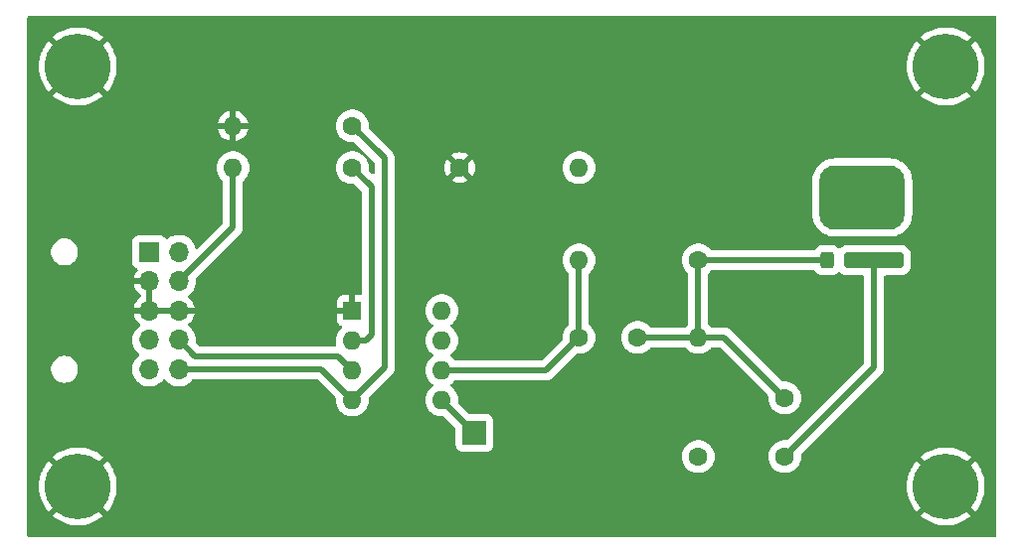
<source format=gtl>
%TF.GenerationSoftware,KiCad,Pcbnew,7.0.2*%
%TF.CreationDate,2023-05-19T14:46:58-05:00*%
%TF.ProjectId,LED Driver,4c454420-4472-4697-9665-722e6b696361,v1a*%
%TF.SameCoordinates,Original*%
%TF.FileFunction,Copper,L1,Top*%
%TF.FilePolarity,Positive*%
%FSLAX46Y46*%
G04 Gerber Fmt 4.6, Leading zero omitted, Abs format (unit mm)*
G04 Created by KiCad (PCBNEW 7.0.2) date 2023-05-19 14:46:58*
%MOMM*%
%LPD*%
G01*
G04 APERTURE LIST*
G04 Aperture macros list*
%AMRoundRect*
0 Rectangle with rounded corners*
0 $1 Rounding radius*
0 $2 $3 $4 $5 $6 $7 $8 $9 X,Y pos of 4 corners*
0 Add a 4 corners polygon primitive as box body*
4,1,4,$2,$3,$4,$5,$6,$7,$8,$9,$2,$3,0*
0 Add four circle primitives for the rounded corners*
1,1,$1+$1,$2,$3*
1,1,$1+$1,$4,$5*
1,1,$1+$1,$6,$7*
1,1,$1+$1,$8,$9*
0 Add four rect primitives between the rounded corners*
20,1,$1+$1,$2,$3,$4,$5,0*
20,1,$1+$1,$4,$5,$6,$7,0*
20,1,$1+$1,$6,$7,$8,$9,0*
20,1,$1+$1,$8,$9,$2,$3,0*%
G04 Aperture macros list end*
%TA.AperFunction,ComponentPad*%
%ADD10C,1.600000*%
%TD*%
%TA.AperFunction,ComponentPad*%
%ADD11O,1.600000X1.600000*%
%TD*%
%TA.AperFunction,ComponentPad*%
%ADD12C,5.600000*%
%TD*%
%TA.AperFunction,ComponentPad*%
%ADD13R,1.600000X1.600000*%
%TD*%
%TA.AperFunction,SMDPad,CuDef*%
%ADD14R,2.000000X2.000000*%
%TD*%
%TA.AperFunction,SMDPad,CuDef*%
%ADD15RoundRect,0.300000X-0.300000X-0.400000X0.300000X-0.400000X0.300000X0.400000X-0.300000X0.400000X0*%
%TD*%
%TA.AperFunction,SMDPad,CuDef*%
%ADD16RoundRect,0.350000X-2.200000X-0.350000X2.200000X-0.350000X2.200000X0.350000X-2.200000X0.350000X0*%
%TD*%
%TA.AperFunction,ComponentPad*%
%ADD17C,1.700000*%
%TD*%
%TA.AperFunction,SMDPad,CuDef*%
%ADD18RoundRect,1.375000X-2.275000X-1.375000X2.275000X-1.375000X2.275000X1.375000X-2.275000X1.375000X0*%
%TD*%
%TA.AperFunction,ComponentPad*%
%ADD19R,1.700000X1.700000*%
%TD*%
%TA.AperFunction,ComponentPad*%
%ADD20O,1.700000X1.700000*%
%TD*%
%TA.AperFunction,Conductor*%
%ADD21C,0.500000*%
%TD*%
G04 APERTURE END LIST*
D10*
%TO.P,C2,1*%
%TO.N,/LED+*%
X122936000Y-71120000D03*
%TO.P,C2,2*%
%TO.N,/GATE*%
X122936000Y-66120000D03*
%TD*%
%TO.P,R1,1*%
%TO.N,GND*%
X95250000Y-46482000D03*
D11*
%TO.P,R1,2*%
%TO.N,/V+*%
X105410000Y-46482000D03*
%TD*%
D12*
%TO.P,J3,1,Pin_1*%
%TO.N,GND*%
X62738000Y-37846000D03*
%TD*%
%TO.P,J4,1,Pin_1*%
%TO.N,GND*%
X136652000Y-37846000D03*
%TD*%
D13*
%TO.P,U1,1,COM*%
%TO.N,GND*%
X86106000Y-58674000D03*
D11*
%TO.P,U1,2,-IN*%
%TO.N,/LED-*%
X86106000Y-61214000D03*
%TO.P,U1,3,+IN*%
%TO.N,/CTRL*%
X86106000Y-63754000D03*
%TO.P,U1,4,V-*%
%TO.N,/V-*%
X86106000Y-66294000D03*
%TO.P,U1,5,Status*%
%TO.N,/STATUS*%
X93726000Y-66294000D03*
%TO.P,U1,6,OUT*%
%TO.N,/OUT*%
X93726000Y-63754000D03*
%TO.P,U1,7,V+*%
%TO.N,/V+*%
X93726000Y-61214000D03*
%TO.P,U1,8,E/D*%
%TO.N,/ENBL*%
X93726000Y-58674000D03*
%TD*%
D10*
%TO.P,C1,1*%
%TO.N,/OUT*%
X105410000Y-60960000D03*
%TO.P,C1,2*%
%TO.N,/GATE*%
X110410000Y-60960000D03*
%TD*%
D14*
%TO.P,J2,1,Pin_1*%
%TO.N,/STATUS*%
X96520000Y-69088000D03*
%TD*%
D12*
%TO.P,J5,1,Pin_1*%
%TO.N,GND*%
X136652000Y-73660000D03*
%TD*%
D10*
%TO.P,R5,1*%
%TO.N,/LED-*%
X86106000Y-46482000D03*
D11*
%TO.P,R5,2*%
%TO.N,/LED+*%
X75946000Y-46482000D03*
%TD*%
D15*
%TO.P,U2,1,Gate*%
%TO.N,/GATE*%
X126540000Y-54372000D03*
D16*
%TO.P,U2,2,Source*%
%TO.N,/LED+*%
X130540000Y-54372000D03*
D17*
%TO.P,U2,3,Drain*%
%TO.N,/V+*%
X129540000Y-49022000D03*
D18*
X129540000Y-49022000D03*
%TD*%
D10*
%TO.P,R3,1*%
%TO.N,/GATE*%
X115570000Y-54356000D03*
D11*
%TO.P,R3,2*%
%TO.N,/OUT*%
X105410000Y-54356000D03*
%TD*%
D19*
%TO.P,J1,1,SNS+*%
%TO.N,/LED-*%
X68834000Y-53674000D03*
D20*
%TO.P,J1,2,SNS-*%
%TO.N,GND*%
X68834000Y-56174000D03*
%TO.P,J1,3,GND*%
X68834000Y-58674000D03*
%TO.P,J1,4,ENBL*%
%TO.N,/ENBL*%
X68834000Y-61174000D03*
%TO.P,J1,5,V+*%
%TO.N,/V+*%
X68834000Y-63674000D03*
%TO.P,J1,6,V-*%
%TO.N,/V-*%
X71334000Y-63674000D03*
%TO.P,J1,7,CTRL*%
%TO.N,/CTRL*%
X71334000Y-61174000D03*
%TO.P,J1,8,GND*%
%TO.N,GND*%
X71334000Y-58674000D03*
%TO.P,J1,9,LED+*%
%TO.N,/LED+*%
X71334000Y-56174000D03*
%TO.P,J1,10,LED-*%
%TO.N,/LED-*%
X71334000Y-53674000D03*
%TD*%
D12*
%TO.P,J6,1,Pin_1*%
%TO.N,GND*%
X62738000Y-73660000D03*
%TD*%
D10*
%TO.P,R6,1*%
%TO.N,/V-*%
X86106000Y-42926000D03*
D11*
%TO.P,R6,2*%
%TO.N,GND*%
X75946000Y-42926000D03*
%TD*%
D10*
%TO.P,R4,1*%
%TO.N,/LED+*%
X115570000Y-71120000D03*
D11*
%TO.P,R4,2*%
%TO.N,/GATE*%
X115570000Y-60960000D03*
%TD*%
D21*
%TO.N,/OUT*%
X93726000Y-63754000D02*
X102616000Y-63754000D01*
X102616000Y-63754000D02*
X105410000Y-60960000D01*
X105410000Y-54356000D02*
X105410000Y-60960000D01*
%TO.N,/GATE*%
X110410000Y-60960000D02*
X115570000Y-60960000D01*
X115570000Y-60960000D02*
X115570000Y-54356000D01*
X117776000Y-60960000D02*
X122936000Y-66120000D01*
X115570000Y-54356000D02*
X126524000Y-54356000D01*
X115570000Y-60960000D02*
X117776000Y-60960000D01*
%TO.N,/LED+*%
X130540000Y-63516000D02*
X130540000Y-54372000D01*
X75946000Y-51562000D02*
X75946000Y-46482000D01*
X71334000Y-56174000D02*
X75946000Y-51562000D01*
X128556000Y-54356000D02*
X128572000Y-54372000D01*
X122936000Y-71120000D02*
X130540000Y-63516000D01*
%TO.N,/V-*%
X88856000Y-63544000D02*
X86106000Y-66294000D01*
X86106000Y-42926000D02*
X88856000Y-45676000D01*
X88856000Y-45676000D02*
X88856000Y-63544000D01*
X71334000Y-63674000D02*
X83486000Y-63674000D01*
X83486000Y-63674000D02*
X86106000Y-66294000D01*
%TO.N,/LED-*%
X87756000Y-60695370D02*
X87237370Y-61214000D01*
X87756000Y-48132000D02*
X87756000Y-60695370D01*
X86106000Y-46482000D02*
X87756000Y-48132000D01*
X87237370Y-61214000D02*
X86106000Y-61214000D01*
%TO.N,/STATUS*%
X93726000Y-66294000D02*
X96520000Y-69088000D01*
%TO.N,/CTRL*%
X84926000Y-62574000D02*
X86106000Y-63754000D01*
X72734000Y-62574000D02*
X84926000Y-62574000D01*
X71334000Y-61174000D02*
X71668000Y-60840000D01*
X71334000Y-61174000D02*
X72734000Y-62574000D01*
%TD*%
%TA.AperFunction,Conductor*%
%TO.N,GND*%
G36*
X70874507Y-58464156D02*
G01*
X70834000Y-58602111D01*
X70834000Y-58745889D01*
X70874507Y-58883844D01*
X70902884Y-58928000D01*
X69265116Y-58928000D01*
X69293493Y-58883844D01*
X69334000Y-58745889D01*
X69334000Y-58602111D01*
X69293493Y-58464156D01*
X69265116Y-58420000D01*
X70902884Y-58420000D01*
X70874507Y-58464156D01*
G37*
%TD.AperFunction*%
%TA.AperFunction,Conductor*%
G36*
X69088000Y-58240325D02*
G01*
X68976315Y-58189320D01*
X68869763Y-58174000D01*
X68798237Y-58174000D01*
X68691685Y-58189320D01*
X68580000Y-58240325D01*
X68580000Y-56607674D01*
X68691685Y-56658680D01*
X68798237Y-56674000D01*
X68869763Y-56674000D01*
X68976315Y-56658680D01*
X69088000Y-56607674D01*
X69088000Y-58240325D01*
G37*
%TD.AperFunction*%
%TA.AperFunction,Conductor*%
G36*
X140901621Y-33558502D02*
G01*
X140948114Y-33612158D01*
X140959500Y-33664500D01*
X140959500Y-77841500D01*
X140939498Y-77909621D01*
X140885842Y-77956114D01*
X140833500Y-77967500D01*
X58556500Y-77967500D01*
X58488379Y-77947498D01*
X58441886Y-77893842D01*
X58430500Y-77841500D01*
X58430500Y-73663412D01*
X59425326Y-73663412D01*
X59444375Y-74014763D01*
X59445114Y-74021560D01*
X59502040Y-74368793D01*
X59503508Y-74375461D01*
X59597646Y-74714514D01*
X59599821Y-74720970D01*
X59730069Y-75047865D01*
X59732925Y-75054041D01*
X59897756Y-75364946D01*
X59901264Y-75370776D01*
X60098738Y-75662029D01*
X60102862Y-75667453D01*
X60226168Y-75812620D01*
X61437994Y-74600794D01*
X61439570Y-74603365D01*
X61603130Y-74794870D01*
X61794635Y-74958430D01*
X61797204Y-74960004D01*
X60582502Y-76174706D01*
X60590816Y-76182581D01*
X60596020Y-76187002D01*
X60876142Y-76399946D01*
X60881798Y-76403781D01*
X61183302Y-76585189D01*
X61189333Y-76588387D01*
X61508685Y-76736135D01*
X61515017Y-76738658D01*
X61848479Y-76851014D01*
X61855051Y-76852839D01*
X62198707Y-76928483D01*
X62205431Y-76929585D01*
X62555246Y-76967630D01*
X62562060Y-76968000D01*
X62913940Y-76968000D01*
X62920753Y-76967630D01*
X63270568Y-76929585D01*
X63277292Y-76928483D01*
X63620948Y-76852839D01*
X63627520Y-76851014D01*
X63960982Y-76738658D01*
X63967314Y-76736135D01*
X64286666Y-76588387D01*
X64292697Y-76585189D01*
X64594201Y-76403781D01*
X64599857Y-76399946D01*
X64879987Y-76186996D01*
X64885171Y-76182592D01*
X64893496Y-76174706D01*
X63678795Y-74960004D01*
X63681365Y-74958430D01*
X63872870Y-74794870D01*
X64036430Y-74603365D01*
X64038005Y-74600794D01*
X65249831Y-75812620D01*
X65373139Y-75667451D01*
X65377259Y-75662031D01*
X65574735Y-75370776D01*
X65578243Y-75364946D01*
X65743074Y-75054041D01*
X65745930Y-75047865D01*
X65876178Y-74720970D01*
X65878353Y-74714514D01*
X65972491Y-74375461D01*
X65973959Y-74368793D01*
X66030885Y-74021560D01*
X66031624Y-74014763D01*
X66050674Y-73663412D01*
X133339326Y-73663412D01*
X133358375Y-74014763D01*
X133359114Y-74021560D01*
X133416040Y-74368793D01*
X133417508Y-74375461D01*
X133511646Y-74714514D01*
X133513821Y-74720970D01*
X133644069Y-75047865D01*
X133646925Y-75054041D01*
X133811756Y-75364946D01*
X133815264Y-75370776D01*
X134012738Y-75662029D01*
X134016862Y-75667453D01*
X134140168Y-75812620D01*
X135351994Y-74600794D01*
X135353570Y-74603365D01*
X135517130Y-74794870D01*
X135708635Y-74958430D01*
X135711204Y-74960004D01*
X134496502Y-76174706D01*
X134504816Y-76182581D01*
X134510020Y-76187002D01*
X134790142Y-76399946D01*
X134795798Y-76403781D01*
X135097302Y-76585189D01*
X135103333Y-76588387D01*
X135422685Y-76736135D01*
X135429017Y-76738658D01*
X135762479Y-76851014D01*
X135769051Y-76852839D01*
X136112707Y-76928483D01*
X136119431Y-76929585D01*
X136469246Y-76967630D01*
X136476060Y-76968000D01*
X136827940Y-76968000D01*
X136834753Y-76967630D01*
X137184568Y-76929585D01*
X137191292Y-76928483D01*
X137534948Y-76852839D01*
X137541520Y-76851014D01*
X137874982Y-76738658D01*
X137881314Y-76736135D01*
X138200666Y-76588387D01*
X138206697Y-76585189D01*
X138508201Y-76403781D01*
X138513857Y-76399946D01*
X138793987Y-76186996D01*
X138799171Y-76182592D01*
X138807496Y-76174706D01*
X137592795Y-74960004D01*
X137595365Y-74958430D01*
X137786870Y-74794870D01*
X137950430Y-74603365D01*
X137952005Y-74600794D01*
X139163831Y-75812620D01*
X139287139Y-75667451D01*
X139291259Y-75662031D01*
X139488735Y-75370776D01*
X139492243Y-75364946D01*
X139657074Y-75054041D01*
X139659930Y-75047865D01*
X139790178Y-74720970D01*
X139792353Y-74714514D01*
X139886491Y-74375461D01*
X139887959Y-74368793D01*
X139944885Y-74021560D01*
X139945624Y-74014763D01*
X139964674Y-73663412D01*
X139964674Y-73656587D01*
X139945624Y-73305236D01*
X139944885Y-73298439D01*
X139887959Y-72951206D01*
X139886491Y-72944538D01*
X139792353Y-72605485D01*
X139790178Y-72599029D01*
X139659930Y-72272134D01*
X139657074Y-72265958D01*
X139492243Y-71955053D01*
X139488735Y-71949223D01*
X139291261Y-71657970D01*
X139287130Y-71652536D01*
X139163831Y-71507377D01*
X137952004Y-72719204D01*
X137950430Y-72716635D01*
X137786870Y-72525130D01*
X137595365Y-72361570D01*
X137592794Y-72359994D01*
X138807496Y-71145292D01*
X138799183Y-71137418D01*
X138793979Y-71132997D01*
X138513857Y-70920053D01*
X138508201Y-70916218D01*
X138206697Y-70734810D01*
X138200666Y-70731612D01*
X137881314Y-70583864D01*
X137874982Y-70581341D01*
X137541520Y-70468985D01*
X137534948Y-70467160D01*
X137191292Y-70391516D01*
X137184568Y-70390414D01*
X136834753Y-70352369D01*
X136827940Y-70352000D01*
X136476060Y-70352000D01*
X136469246Y-70352369D01*
X136119431Y-70390414D01*
X136112707Y-70391516D01*
X135769051Y-70467160D01*
X135762479Y-70468985D01*
X135429017Y-70581341D01*
X135422685Y-70583864D01*
X135103333Y-70731612D01*
X135097302Y-70734810D01*
X134795798Y-70916218D01*
X134790142Y-70920053D01*
X134510014Y-71133001D01*
X134504823Y-71137411D01*
X134496502Y-71145292D01*
X135711205Y-72359995D01*
X135708635Y-72361570D01*
X135517130Y-72525130D01*
X135353570Y-72716635D01*
X135351995Y-72719205D01*
X134140167Y-71507377D01*
X134140166Y-71507378D01*
X134016869Y-71652536D01*
X134012738Y-71657970D01*
X133815264Y-71949223D01*
X133811756Y-71955053D01*
X133646925Y-72265958D01*
X133644069Y-72272134D01*
X133513821Y-72599029D01*
X133511646Y-72605485D01*
X133417508Y-72944538D01*
X133416040Y-72951206D01*
X133359114Y-73298439D01*
X133358375Y-73305236D01*
X133339326Y-73656587D01*
X133339326Y-73663412D01*
X66050674Y-73663412D01*
X66050674Y-73656587D01*
X66031624Y-73305236D01*
X66030885Y-73298439D01*
X65973959Y-72951206D01*
X65972491Y-72944538D01*
X65878353Y-72605485D01*
X65876178Y-72599029D01*
X65745930Y-72272134D01*
X65743074Y-72265958D01*
X65578243Y-71955053D01*
X65574735Y-71949223D01*
X65377261Y-71657970D01*
X65373130Y-71652536D01*
X65249831Y-71507377D01*
X64038004Y-72719204D01*
X64036430Y-72716635D01*
X63872870Y-72525130D01*
X63681365Y-72361570D01*
X63678794Y-72359994D01*
X64893496Y-71145292D01*
X64885183Y-71137418D01*
X64879979Y-71132997D01*
X64862882Y-71120000D01*
X114164700Y-71120000D01*
X114183866Y-71351305D01*
X114183866Y-71351308D01*
X114183867Y-71351309D01*
X114240842Y-71576299D01*
X114334076Y-71788849D01*
X114461021Y-71983154D01*
X114599520Y-72133604D01*
X114618216Y-72153913D01*
X114715949Y-72229981D01*
X114801375Y-72296471D01*
X114921668Y-72361570D01*
X115005497Y-72406936D01*
X115225019Y-72482298D01*
X115453951Y-72520500D01*
X115453954Y-72520500D01*
X115686046Y-72520500D01*
X115686049Y-72520500D01*
X115914981Y-72482298D01*
X116134503Y-72406936D01*
X116338626Y-72296470D01*
X116521784Y-72153913D01*
X116678979Y-71983153D01*
X116805924Y-71788849D01*
X116899157Y-71576300D01*
X116956134Y-71351305D01*
X116975300Y-71120000D01*
X116956134Y-70888695D01*
X116899157Y-70663700D01*
X116805924Y-70451151D01*
X116678979Y-70256847D01*
X116678978Y-70256845D01*
X116521787Y-70086090D01*
X116521786Y-70086089D01*
X116521784Y-70086087D01*
X116411889Y-70000552D01*
X116338624Y-69943528D01*
X116134502Y-69833063D01*
X115985900Y-69782048D01*
X115914981Y-69757702D01*
X115686049Y-69719500D01*
X115453951Y-69719500D01*
X115225019Y-69757702D01*
X115225016Y-69757702D01*
X115225016Y-69757703D01*
X115005497Y-69833063D01*
X114801375Y-69943528D01*
X114618212Y-70086090D01*
X114461021Y-70256845D01*
X114334076Y-70451150D01*
X114240842Y-70663700D01*
X114222835Y-70734810D01*
X114183866Y-70888695D01*
X114164700Y-71120000D01*
X64862882Y-71120000D01*
X64599857Y-70920053D01*
X64594201Y-70916218D01*
X64292697Y-70734810D01*
X64286666Y-70731612D01*
X63967314Y-70583864D01*
X63960982Y-70581341D01*
X63627520Y-70468985D01*
X63620948Y-70467160D01*
X63277292Y-70391516D01*
X63270568Y-70390414D01*
X62920753Y-70352369D01*
X62913940Y-70352000D01*
X62562060Y-70352000D01*
X62555246Y-70352369D01*
X62205431Y-70390414D01*
X62198707Y-70391516D01*
X61855051Y-70467160D01*
X61848479Y-70468985D01*
X61515017Y-70581341D01*
X61508685Y-70583864D01*
X61189333Y-70731612D01*
X61183302Y-70734810D01*
X60881798Y-70916218D01*
X60876142Y-70920053D01*
X60596014Y-71133001D01*
X60590823Y-71137411D01*
X60582502Y-71145292D01*
X61797205Y-72359995D01*
X61794635Y-72361570D01*
X61603130Y-72525130D01*
X61439570Y-72716635D01*
X61437995Y-72719205D01*
X60226167Y-71507377D01*
X60226166Y-71507378D01*
X60102869Y-71652536D01*
X60098738Y-71657970D01*
X59901264Y-71949223D01*
X59897756Y-71955053D01*
X59732925Y-72265958D01*
X59730069Y-72272134D01*
X59599821Y-72599029D01*
X59597646Y-72605485D01*
X59503508Y-72944538D01*
X59502040Y-72951206D01*
X59445114Y-73298439D01*
X59444375Y-73305236D01*
X59425326Y-73656587D01*
X59425326Y-73663412D01*
X58430500Y-73663412D01*
X58430500Y-63780610D01*
X60433500Y-63780610D01*
X60466485Y-63957064D01*
X60472679Y-63990198D01*
X60549702Y-64189021D01*
X60659735Y-64366728D01*
X60661948Y-64370302D01*
X60805593Y-64527872D01*
X60975745Y-64656366D01*
X61166611Y-64751405D01*
X61371690Y-64809756D01*
X61447481Y-64816778D01*
X61527889Y-64824230D01*
X61527895Y-64824230D01*
X61530806Y-64824500D01*
X61533719Y-64824500D01*
X61634281Y-64824500D01*
X61637194Y-64824500D01*
X61640105Y-64824230D01*
X61640110Y-64824230D01*
X61695254Y-64819119D01*
X61796310Y-64809756D01*
X62001389Y-64751405D01*
X62192255Y-64656366D01*
X62362407Y-64527872D01*
X62506052Y-64370302D01*
X62618298Y-64189019D01*
X62695321Y-63990198D01*
X62734500Y-63780610D01*
X62734500Y-63674000D01*
X67378529Y-63674000D01*
X67398380Y-63913563D01*
X67457390Y-64146591D01*
X67469174Y-64173456D01*
X67553084Y-64364753D01*
X67553951Y-64366728D01*
X67685429Y-64567969D01*
X67848236Y-64744825D01*
X68037933Y-64892472D01*
X68249344Y-65006882D01*
X68476703Y-65084934D01*
X68713808Y-65124500D01*
X68713811Y-65124500D01*
X68954189Y-65124500D01*
X68954192Y-65124500D01*
X69191297Y-65084934D01*
X69418656Y-65006882D01*
X69630067Y-64892472D01*
X69819764Y-64744825D01*
X69957452Y-64595254D01*
X69989642Y-64560288D01*
X69992118Y-64562567D01*
X70032505Y-64528091D01*
X70102851Y-64518506D01*
X70167213Y-64548475D01*
X70177852Y-64560753D01*
X70178358Y-64560288D01*
X70324922Y-64719500D01*
X70348236Y-64744825D01*
X70537933Y-64892472D01*
X70749344Y-65006882D01*
X70976703Y-65084934D01*
X71213808Y-65124500D01*
X71213811Y-65124500D01*
X71454189Y-65124500D01*
X71454192Y-65124500D01*
X71691297Y-65084934D01*
X71918656Y-65006882D01*
X72130067Y-64892472D01*
X72319764Y-64744825D01*
X72482571Y-64567969D01*
X72482573Y-64567964D01*
X72485153Y-64565163D01*
X72546006Y-64528592D01*
X72577855Y-64524500D01*
X83081521Y-64524500D01*
X83149642Y-64544502D01*
X83170616Y-64561405D01*
X84674898Y-66065686D01*
X84708923Y-66127998D01*
X84711373Y-66165185D01*
X84711373Y-66165188D01*
X84700700Y-66294000D01*
X84719866Y-66525305D01*
X84719866Y-66525308D01*
X84719867Y-66525309D01*
X84776842Y-66750299D01*
X84870076Y-66962849D01*
X84997021Y-67157154D01*
X85154212Y-67327909D01*
X85154216Y-67327913D01*
X85300742Y-67441958D01*
X85337375Y-67470471D01*
X85541496Y-67580935D01*
X85541497Y-67580936D01*
X85761019Y-67656298D01*
X85989951Y-67694500D01*
X85989954Y-67694500D01*
X86222046Y-67694500D01*
X86222049Y-67694500D01*
X86450981Y-67656298D01*
X86670503Y-67580936D01*
X86874626Y-67470470D01*
X87057784Y-67327913D01*
X87214979Y-67157153D01*
X87341924Y-66962849D01*
X87435157Y-66750300D01*
X87492134Y-66525305D01*
X87511300Y-66294000D01*
X92320700Y-66294000D01*
X92339866Y-66525305D01*
X92339866Y-66525308D01*
X92339867Y-66525309D01*
X92396842Y-66750299D01*
X92490076Y-66962849D01*
X92617021Y-67157154D01*
X92774212Y-67327909D01*
X92774216Y-67327913D01*
X92920742Y-67441958D01*
X92957375Y-67470471D01*
X93161496Y-67580935D01*
X93161497Y-67580936D01*
X93381019Y-67656298D01*
X93609951Y-67694500D01*
X93609954Y-67694500D01*
X93842049Y-67694500D01*
X93848059Y-67693497D01*
X93918543Y-67702012D01*
X93957895Y-67728683D01*
X94882595Y-68653383D01*
X94916621Y-68715695D01*
X94919500Y-68742478D01*
X94919500Y-70123236D01*
X94919500Y-70123251D01*
X94919501Y-70127360D01*
X94920038Y-70131444D01*
X94920039Y-70131449D01*
X94934955Y-70244760D01*
X94995464Y-70390843D01*
X95091717Y-70516282D01*
X95217157Y-70612535D01*
X95217158Y-70612535D01*
X95217159Y-70612536D01*
X95363238Y-70673044D01*
X95480639Y-70688500D01*
X97559360Y-70688499D01*
X97676762Y-70673044D01*
X97822841Y-70612536D01*
X97822841Y-70612535D01*
X97822843Y-70612535D01*
X97948282Y-70516282D01*
X97984574Y-70468985D01*
X98044536Y-70390841D01*
X98105044Y-70244762D01*
X98120500Y-70127361D01*
X98120499Y-68048640D01*
X98105044Y-67931238D01*
X98044536Y-67785159D01*
X98044535Y-67785156D01*
X97948282Y-67659717D01*
X97822842Y-67563464D01*
X97676761Y-67502955D01*
X97563448Y-67488038D01*
X97563447Y-67488037D01*
X97559361Y-67487500D01*
X97555239Y-67487500D01*
X96174479Y-67487500D01*
X96106358Y-67467498D01*
X96085384Y-67450595D01*
X95157100Y-66522311D01*
X95123074Y-66459999D01*
X95120625Y-66422817D01*
X95131300Y-66294000D01*
X95112134Y-66062695D01*
X95055157Y-65837700D01*
X94961924Y-65625151D01*
X94834979Y-65430847D01*
X94834978Y-65430845D01*
X94677785Y-65260087D01*
X94502209Y-65123432D01*
X94460737Y-65065807D01*
X94457003Y-64994909D01*
X94492193Y-64933247D01*
X94502209Y-64924568D01*
X94677785Y-64787912D01*
X94809195Y-64645163D01*
X94870048Y-64608592D01*
X94901896Y-64604500D01*
X102576317Y-64604500D01*
X102586543Y-64604915D01*
X102639167Y-64609201D01*
X102717678Y-64598503D01*
X102721056Y-64598089D01*
X102799910Y-64589514D01*
X102799912Y-64589513D01*
X102800181Y-64589484D01*
X102822214Y-64584320D01*
X102822466Y-64584227D01*
X102822468Y-64584227D01*
X102896928Y-64556871D01*
X102900022Y-64555781D01*
X102975221Y-64530444D01*
X102975225Y-64530441D01*
X102975482Y-64530355D01*
X102995885Y-64520578D01*
X102996109Y-64520434D01*
X102996116Y-64520432D01*
X103062988Y-64477687D01*
X103065774Y-64475959D01*
X103133736Y-64435070D01*
X103133739Y-64435066D01*
X103133965Y-64434931D01*
X103151794Y-64420994D01*
X103151986Y-64420801D01*
X103151989Y-64420800D01*
X103208072Y-64364715D01*
X103210441Y-64362409D01*
X103268041Y-64307849D01*
X103268043Y-64307845D01*
X103268236Y-64307663D01*
X103283043Y-64289743D01*
X105178106Y-62394680D01*
X105240416Y-62360656D01*
X105287941Y-62359497D01*
X105293951Y-62360500D01*
X105293955Y-62360500D01*
X105526046Y-62360500D01*
X105526049Y-62360500D01*
X105754981Y-62322298D01*
X105974503Y-62246936D01*
X106178626Y-62136470D01*
X106361784Y-61993913D01*
X106518979Y-61823153D01*
X106645924Y-61628849D01*
X106739157Y-61416300D01*
X106796134Y-61191305D01*
X106815300Y-60960000D01*
X109004700Y-60960000D01*
X109023866Y-61191305D01*
X109023866Y-61191308D01*
X109023867Y-61191309D01*
X109080842Y-61416299D01*
X109174076Y-61628849D01*
X109301021Y-61823154D01*
X109458212Y-61993909D01*
X109458216Y-61993913D01*
X109604742Y-62107958D01*
X109641375Y-62136471D01*
X109841589Y-62244821D01*
X109845497Y-62246936D01*
X110065019Y-62322298D01*
X110293951Y-62360500D01*
X110293954Y-62360500D01*
X110526046Y-62360500D01*
X110526049Y-62360500D01*
X110754981Y-62322298D01*
X110974503Y-62246936D01*
X111178626Y-62136470D01*
X111361784Y-61993913D01*
X111452903Y-61894931D01*
X111493195Y-61851163D01*
X111554048Y-61814592D01*
X111585896Y-61810500D01*
X114394104Y-61810500D01*
X114462225Y-61830502D01*
X114486805Y-61851163D01*
X114618212Y-61993909D01*
X114618216Y-61993913D01*
X114764742Y-62107958D01*
X114801375Y-62136471D01*
X115001589Y-62244821D01*
X115005497Y-62246936D01*
X115225019Y-62322298D01*
X115453951Y-62360500D01*
X115453954Y-62360500D01*
X115686046Y-62360500D01*
X115686049Y-62360500D01*
X115914981Y-62322298D01*
X116134503Y-62246936D01*
X116338626Y-62136470D01*
X116521784Y-61993913D01*
X116612903Y-61894931D01*
X116653195Y-61851163D01*
X116714048Y-61814592D01*
X116745896Y-61810500D01*
X117371521Y-61810500D01*
X117439642Y-61830502D01*
X117460616Y-61847405D01*
X121504898Y-65891686D01*
X121538924Y-65953998D01*
X121541373Y-65991185D01*
X121535448Y-66062695D01*
X121530700Y-66120000D01*
X121549866Y-66351305D01*
X121549866Y-66351308D01*
X121549867Y-66351309D01*
X121606842Y-66576299D01*
X121700076Y-66788849D01*
X121827021Y-66983154D01*
X121984212Y-67153909D01*
X121984216Y-67153913D01*
X122130742Y-67267958D01*
X122167375Y-67296471D01*
X122225475Y-67327913D01*
X122371497Y-67406936D01*
X122591019Y-67482298D01*
X122819951Y-67520500D01*
X122819954Y-67520500D01*
X123052046Y-67520500D01*
X123052049Y-67520500D01*
X123280981Y-67482298D01*
X123500503Y-67406936D01*
X123704626Y-67296470D01*
X123887784Y-67153913D01*
X124044979Y-66983153D01*
X124171924Y-66788849D01*
X124265157Y-66576300D01*
X124322134Y-66351305D01*
X124341300Y-66120000D01*
X124322134Y-65888695D01*
X124265157Y-65663700D01*
X124171924Y-65451151D01*
X124044979Y-65256847D01*
X124044978Y-65256845D01*
X123887787Y-65086090D01*
X123887786Y-65086089D01*
X123887784Y-65086087D01*
X123754302Y-64982194D01*
X123704624Y-64943528D01*
X123500502Y-64833063D01*
X123351900Y-64782048D01*
X123280981Y-64757702D01*
X123052049Y-64719500D01*
X122819951Y-64719500D01*
X122813933Y-64720504D01*
X122743449Y-64711983D01*
X122704105Y-64685316D01*
X118405466Y-60386677D01*
X118398529Y-60379153D01*
X118364338Y-60338901D01*
X118351957Y-60329489D01*
X118301220Y-60290919D01*
X118298570Y-60288847D01*
X118236552Y-60238995D01*
X118217305Y-60227057D01*
X118145122Y-60193661D01*
X118142048Y-60192188D01*
X118070780Y-60156844D01*
X118049422Y-60149324D01*
X117971731Y-60132223D01*
X117968408Y-60131444D01*
X117891245Y-60112253D01*
X117868761Y-60109500D01*
X117868497Y-60109500D01*
X117789245Y-60109500D01*
X117785833Y-60109454D01*
X117706302Y-60107299D01*
X117683158Y-60109500D01*
X116745896Y-60109500D01*
X116677775Y-60089498D01*
X116653195Y-60068837D01*
X116521786Y-59926089D01*
X116521785Y-59926088D01*
X116521784Y-59926087D01*
X116492867Y-59903580D01*
X116469108Y-59885087D01*
X116427638Y-59827462D01*
X116420500Y-59785656D01*
X116420500Y-55530342D01*
X116440502Y-55462221D01*
X116469105Y-55430914D01*
X116521784Y-55389913D01*
X116550807Y-55358386D01*
X116653195Y-55247163D01*
X116714048Y-55210592D01*
X116745896Y-55206500D01*
X125373521Y-55206500D01*
X125441642Y-55226502D01*
X125469401Y-55257188D01*
X125472282Y-55254856D01*
X125480616Y-55265148D01*
X125480617Y-55265149D01*
X125599743Y-55412257D01*
X125661443Y-55462221D01*
X125746851Y-55531384D01*
X125861473Y-55589785D01*
X125915512Y-55617320D01*
X126098355Y-55666312D01*
X126146298Y-55670085D01*
X126174499Y-55672305D01*
X126174503Y-55672305D01*
X126176979Y-55672500D01*
X126903020Y-55672499D01*
X126981645Y-55666312D01*
X127164488Y-55617320D01*
X127276928Y-55560028D01*
X127333148Y-55531384D01*
X127410500Y-55468745D01*
X127480257Y-55412257D01*
X127481098Y-55411217D01*
X127484111Y-55409136D01*
X127490549Y-55403923D01*
X127490946Y-55404413D01*
X127539510Y-55370863D01*
X127610467Y-55368495D01*
X127658647Y-55392856D01*
X127664428Y-55397569D01*
X127664429Y-55397571D01*
X127681166Y-55411218D01*
X127814250Y-55519735D01*
X127985595Y-55609238D01*
X128171445Y-55662417D01*
X128273067Y-55671451D01*
X128284862Y-55672500D01*
X129563500Y-55672500D01*
X129631621Y-55692502D01*
X129678114Y-55746158D01*
X129689500Y-55798500D01*
X129689499Y-63111520D01*
X129669497Y-63179641D01*
X129652594Y-63200615D01*
X123167893Y-69685316D01*
X123105581Y-69719342D01*
X123058061Y-69720503D01*
X123052050Y-69719500D01*
X123052049Y-69719500D01*
X122819951Y-69719500D01*
X122591019Y-69757702D01*
X122591016Y-69757702D01*
X122591016Y-69757703D01*
X122371497Y-69833063D01*
X122167375Y-69943528D01*
X121984212Y-70086090D01*
X121827021Y-70256845D01*
X121700076Y-70451150D01*
X121606842Y-70663700D01*
X121588835Y-70734810D01*
X121549866Y-70888695D01*
X121530700Y-71120000D01*
X121549866Y-71351305D01*
X121549866Y-71351308D01*
X121549867Y-71351309D01*
X121606842Y-71576299D01*
X121700076Y-71788849D01*
X121827021Y-71983154D01*
X121965520Y-72133604D01*
X121984216Y-72153913D01*
X122081949Y-72229981D01*
X122167375Y-72296471D01*
X122287668Y-72361570D01*
X122371497Y-72406936D01*
X122591019Y-72482298D01*
X122819951Y-72520500D01*
X122819954Y-72520500D01*
X123052046Y-72520500D01*
X123052049Y-72520500D01*
X123280981Y-72482298D01*
X123500503Y-72406936D01*
X123704626Y-72296470D01*
X123887784Y-72153913D01*
X124044979Y-71983153D01*
X124171924Y-71788849D01*
X124265157Y-71576300D01*
X124322134Y-71351305D01*
X124341300Y-71120000D01*
X124330625Y-70991184D01*
X124344933Y-70921648D01*
X124367097Y-70891690D01*
X131113331Y-64145455D01*
X131120830Y-64138541D01*
X131161100Y-64104337D01*
X131209095Y-64041198D01*
X131211124Y-64038603D01*
X131260842Y-63976754D01*
X131260844Y-63976748D01*
X131261010Y-63976543D01*
X131272939Y-63957311D01*
X131273052Y-63957066D01*
X131273054Y-63957064D01*
X131306352Y-63885089D01*
X131307796Y-63882075D01*
X131343036Y-63811021D01*
X131343036Y-63811017D01*
X131343163Y-63810763D01*
X131350671Y-63789438D01*
X131350729Y-63789172D01*
X131350732Y-63789167D01*
X131367787Y-63711680D01*
X131368549Y-63708432D01*
X131387684Y-63631495D01*
X131387684Y-63631493D01*
X131387748Y-63631236D01*
X131390500Y-63608765D01*
X131390500Y-63529244D01*
X131390546Y-63525832D01*
X131391304Y-63497834D01*
X131392693Y-63446568D01*
X131392692Y-63446567D01*
X131392700Y-63446302D01*
X131390500Y-63423158D01*
X131390500Y-55798500D01*
X131410502Y-55730379D01*
X131464158Y-55683886D01*
X131516500Y-55672500D01*
X132792349Y-55672500D01*
X132795138Y-55672500D01*
X132840805Y-55668439D01*
X132908554Y-55662417D01*
X133094404Y-55609238D01*
X133094406Y-55609237D01*
X133265751Y-55519734D01*
X133415571Y-55397571D01*
X133537734Y-55247751D01*
X133627237Y-55076406D01*
X133635212Y-55048535D01*
X133680417Y-54890554D01*
X133690253Y-54779915D01*
X133690500Y-54777138D01*
X133690500Y-53966862D01*
X133680417Y-53853448D01*
X133680417Y-53853445D01*
X133627238Y-53667595D01*
X133542566Y-53505500D01*
X133537734Y-53496249D01*
X133415571Y-53346429D01*
X133265751Y-53224266D01*
X133243446Y-53212615D01*
X133094404Y-53134761D01*
X132908554Y-53081582D01*
X132797915Y-53071746D01*
X132797895Y-53071745D01*
X132795138Y-53071500D01*
X128284862Y-53071500D01*
X128282105Y-53071745D01*
X128282084Y-53071746D01*
X128171445Y-53081582D01*
X127985595Y-53134761D01*
X127814249Y-53224265D01*
X127658646Y-53351143D01*
X127593211Y-53378689D01*
X127523271Y-53366486D01*
X127481102Y-53332786D01*
X127480257Y-53331743D01*
X127429893Y-53290959D01*
X127333148Y-53212615D01*
X127164490Y-53126681D01*
X127164489Y-53126680D01*
X127164488Y-53126680D01*
X126981645Y-53077688D01*
X126981643Y-53077687D01*
X126981640Y-53077687D01*
X126905500Y-53071694D01*
X126905471Y-53071692D01*
X126903021Y-53071500D01*
X126900551Y-53071500D01*
X126179451Y-53071500D01*
X126179425Y-53071500D01*
X126176980Y-53071501D01*
X126174532Y-53071693D01*
X126174522Y-53071694D01*
X126098368Y-53077687D01*
X126098355Y-53077688D01*
X125915512Y-53126680D01*
X125915511Y-53126680D01*
X125915509Y-53126681D01*
X125746851Y-53212615D01*
X125599743Y-53331743D01*
X125496858Y-53458795D01*
X125438444Y-53499147D01*
X125398938Y-53505500D01*
X116745896Y-53505500D01*
X116677775Y-53485498D01*
X116653195Y-53464837D01*
X116521787Y-53322090D01*
X116521786Y-53322089D01*
X116521784Y-53322087D01*
X116396102Y-53224265D01*
X116338624Y-53179528D01*
X116134502Y-53069063D01*
X115985900Y-53018048D01*
X115914981Y-52993702D01*
X115686049Y-52955500D01*
X115453951Y-52955500D01*
X115225019Y-52993702D01*
X115225016Y-52993702D01*
X115225016Y-52993703D01*
X115005497Y-53069063D01*
X114801375Y-53179528D01*
X114618212Y-53322090D01*
X114461021Y-53492845D01*
X114334076Y-53687150D01*
X114240842Y-53899700D01*
X114183867Y-54124690D01*
X114183866Y-54124695D01*
X114164700Y-54356000D01*
X114183866Y-54587305D01*
X114183866Y-54587308D01*
X114183867Y-54587309D01*
X114240842Y-54812299D01*
X114334076Y-55024849D01*
X114461021Y-55219154D01*
X114618210Y-55389908D01*
X114618214Y-55389911D01*
X114618216Y-55389913D01*
X114670892Y-55430912D01*
X114712362Y-55488534D01*
X114719500Y-55530342D01*
X114719500Y-59785656D01*
X114699498Y-59853777D01*
X114670892Y-59885087D01*
X114618213Y-59926089D01*
X114486805Y-60068837D01*
X114425952Y-60105408D01*
X114394104Y-60109500D01*
X111585896Y-60109500D01*
X111517775Y-60089498D01*
X111493195Y-60068837D01*
X111361787Y-59926090D01*
X111361786Y-59926089D01*
X111361784Y-59926087D01*
X111217132Y-59813500D01*
X111178624Y-59783528D01*
X110974502Y-59673063D01*
X110825900Y-59622048D01*
X110754981Y-59597702D01*
X110526049Y-59559500D01*
X110293951Y-59559500D01*
X110065019Y-59597702D01*
X110065016Y-59597702D01*
X110065016Y-59597703D01*
X109845497Y-59673063D01*
X109641375Y-59783528D01*
X109458212Y-59926090D01*
X109301021Y-60096845D01*
X109174076Y-60291150D01*
X109080842Y-60503700D01*
X109023867Y-60728690D01*
X109023866Y-60728695D01*
X109004700Y-60960000D01*
X106815300Y-60960000D01*
X106796134Y-60728695D01*
X106739157Y-60503700D01*
X106645924Y-60291151D01*
X106573362Y-60180087D01*
X106518978Y-60096845D01*
X106361786Y-59926089D01*
X106361785Y-59926088D01*
X106361784Y-59926087D01*
X106332867Y-59903580D01*
X106309108Y-59885087D01*
X106267638Y-59827462D01*
X106260500Y-59785656D01*
X106260500Y-55530342D01*
X106280502Y-55462221D01*
X106309105Y-55430914D01*
X106361784Y-55389913D01*
X106518979Y-55219153D01*
X106645924Y-55024849D01*
X106739157Y-54812300D01*
X106796134Y-54587305D01*
X106815300Y-54356000D01*
X106796134Y-54124695D01*
X106739157Y-53899700D01*
X106645924Y-53687151D01*
X106523095Y-53499147D01*
X106518978Y-53492845D01*
X106361787Y-53322090D01*
X106361786Y-53322089D01*
X106361784Y-53322087D01*
X106236102Y-53224265D01*
X106178624Y-53179528D01*
X105974502Y-53069063D01*
X105825900Y-53018048D01*
X105754981Y-52993702D01*
X105526049Y-52955500D01*
X105293951Y-52955500D01*
X105065019Y-52993702D01*
X105065016Y-52993702D01*
X105065016Y-52993703D01*
X104845497Y-53069063D01*
X104641375Y-53179528D01*
X104458212Y-53322090D01*
X104301021Y-53492845D01*
X104174076Y-53687150D01*
X104080842Y-53899700D01*
X104023867Y-54124690D01*
X104023866Y-54124695D01*
X104004700Y-54356000D01*
X104023866Y-54587305D01*
X104023866Y-54587308D01*
X104023867Y-54587309D01*
X104080842Y-54812299D01*
X104174076Y-55024849D01*
X104301021Y-55219154D01*
X104458210Y-55389908D01*
X104458214Y-55389911D01*
X104458216Y-55389913D01*
X104510892Y-55430912D01*
X104552362Y-55488534D01*
X104559500Y-55530342D01*
X104559500Y-59785656D01*
X104539498Y-59853777D01*
X104510892Y-59885087D01*
X104458213Y-59926089D01*
X104301021Y-60096845D01*
X104174076Y-60291150D01*
X104080842Y-60503700D01*
X104023867Y-60728690D01*
X104023866Y-60728695D01*
X104021463Y-60757700D01*
X104004700Y-60960000D01*
X104015373Y-61088812D01*
X104001064Y-61158351D01*
X103978898Y-61188311D01*
X102300614Y-62866596D01*
X102238304Y-62900620D01*
X102211521Y-62903500D01*
X94901896Y-62903500D01*
X94833775Y-62883498D01*
X94809195Y-62862837D01*
X94677785Y-62720087D01*
X94502209Y-62583432D01*
X94460737Y-62525807D01*
X94457003Y-62454909D01*
X94492193Y-62393247D01*
X94502209Y-62384568D01*
X94579297Y-62324568D01*
X94677784Y-62247913D01*
X94834979Y-62077153D01*
X94961924Y-61882849D01*
X95055157Y-61670300D01*
X95112134Y-61445305D01*
X95131300Y-61214000D01*
X95112134Y-60982695D01*
X95055157Y-60757700D01*
X94961924Y-60545151D01*
X94834979Y-60350847D01*
X94834978Y-60350845D01*
X94677787Y-60180090D01*
X94677786Y-60180089D01*
X94677784Y-60180087D01*
X94554608Y-60084216D01*
X94502208Y-60043431D01*
X94460737Y-59985806D01*
X94457003Y-59914907D01*
X94492193Y-59853245D01*
X94502198Y-59844576D01*
X94677784Y-59707913D01*
X94834979Y-59537153D01*
X94961924Y-59342849D01*
X95055157Y-59130300D01*
X95112134Y-58905305D01*
X95131300Y-58674000D01*
X95112134Y-58442695D01*
X95055157Y-58217700D01*
X94961924Y-58005151D01*
X94834979Y-57810847D01*
X94834978Y-57810845D01*
X94677787Y-57640090D01*
X94677786Y-57640089D01*
X94677784Y-57640087D01*
X94512832Y-57511700D01*
X94494624Y-57497528D01*
X94290502Y-57387063D01*
X94098589Y-57321180D01*
X94070981Y-57311702D01*
X93842049Y-57273500D01*
X93609951Y-57273500D01*
X93381019Y-57311702D01*
X93381016Y-57311702D01*
X93381016Y-57311703D01*
X93161497Y-57387063D01*
X92957375Y-57497528D01*
X92774212Y-57640090D01*
X92617021Y-57810845D01*
X92490076Y-58005150D01*
X92396842Y-58217700D01*
X92345613Y-58419999D01*
X92339866Y-58442695D01*
X92320700Y-58674000D01*
X92339866Y-58905305D01*
X92339866Y-58905308D01*
X92339867Y-58905309D01*
X92396842Y-59130299D01*
X92490076Y-59342849D01*
X92617021Y-59537154D01*
X92774212Y-59707909D01*
X92774216Y-59707913D01*
X92845077Y-59763066D01*
X92949790Y-59844568D01*
X92991261Y-59902194D01*
X92994995Y-59973092D01*
X92959805Y-60034754D01*
X92949790Y-60043432D01*
X92774212Y-60180090D01*
X92617021Y-60350845D01*
X92490076Y-60545150D01*
X92396842Y-60757700D01*
X92352086Y-60934438D01*
X92339866Y-60982695D01*
X92320700Y-61214000D01*
X92339866Y-61445305D01*
X92339866Y-61445308D01*
X92339867Y-61445309D01*
X92396842Y-61670299D01*
X92490076Y-61882849D01*
X92617021Y-62077154D01*
X92774212Y-62247909D01*
X92774216Y-62247913D01*
X92919069Y-62360656D01*
X92949791Y-62384568D01*
X92991262Y-62442193D01*
X92994996Y-62513092D01*
X92959806Y-62574754D01*
X92949791Y-62583432D01*
X92774212Y-62720090D01*
X92617021Y-62890845D01*
X92490076Y-63085150D01*
X92396842Y-63297700D01*
X92342721Y-63511420D01*
X92339866Y-63522695D01*
X92320700Y-63754000D01*
X92339866Y-63985305D01*
X92339866Y-63985308D01*
X92339867Y-63985309D01*
X92396842Y-64210299D01*
X92490076Y-64422849D01*
X92617021Y-64617154D01*
X92774212Y-64787909D01*
X92774216Y-64787913D01*
X92864397Y-64858103D01*
X92949790Y-64924568D01*
X92991261Y-64982194D01*
X92994995Y-65053092D01*
X92959805Y-65114754D01*
X92949790Y-65123432D01*
X92774212Y-65260090D01*
X92617021Y-65430845D01*
X92490076Y-65625150D01*
X92396842Y-65837700D01*
X92339867Y-66062690D01*
X92339866Y-66062695D01*
X92320700Y-66294000D01*
X87511300Y-66294000D01*
X87500625Y-66165184D01*
X87514933Y-66095648D01*
X87537097Y-66065690D01*
X89429343Y-64173444D01*
X89436830Y-64166541D01*
X89477100Y-64132337D01*
X89525096Y-64069197D01*
X89527150Y-64066570D01*
X89576841Y-64004754D01*
X89576841Y-64004752D01*
X89577011Y-64004542D01*
X89588936Y-63985317D01*
X89589051Y-63985067D01*
X89589054Y-63985064D01*
X89622368Y-63913055D01*
X89623793Y-63910080D01*
X89659036Y-63839021D01*
X89659035Y-63839021D01*
X89659160Y-63838771D01*
X89666671Y-63817438D01*
X89666729Y-63817172D01*
X89666732Y-63817167D01*
X89683787Y-63739680D01*
X89684549Y-63736432D01*
X89703748Y-63659236D01*
X89706500Y-63636765D01*
X89706500Y-63557244D01*
X89706546Y-63553832D01*
X89707389Y-63522695D01*
X89708693Y-63474568D01*
X89708692Y-63474567D01*
X89708700Y-63474302D01*
X89706500Y-63451158D01*
X89706500Y-50465321D01*
X125289500Y-50465321D01*
X125289501Y-50467552D01*
X125289662Y-50469803D01*
X125304612Y-50678857D01*
X125304613Y-50678861D01*
X125364680Y-50954984D01*
X125463432Y-51219749D01*
X125478102Y-51246615D01*
X125598860Y-51467766D01*
X125768204Y-51693984D01*
X125968015Y-51893795D01*
X126017859Y-51931107D01*
X126194236Y-52063141D01*
X126442251Y-52198568D01*
X126707016Y-52297320D01*
X126983139Y-52357387D01*
X127194447Y-52372500D01*
X131885552Y-52372499D01*
X132096861Y-52357387D01*
X132372984Y-52297320D01*
X132637749Y-52198568D01*
X132885764Y-52063141D01*
X133111982Y-51893797D01*
X133311797Y-51693982D01*
X133481141Y-51467764D01*
X133616568Y-51219749D01*
X133715320Y-50954984D01*
X133775387Y-50678861D01*
X133790500Y-50467553D01*
X133790499Y-47576448D01*
X133775387Y-47365139D01*
X133715320Y-47089016D01*
X133616568Y-46824251D01*
X133481141Y-46576236D01*
X133410597Y-46481999D01*
X133311795Y-46350015D01*
X133111984Y-46150204D01*
X132885766Y-45980860D01*
X132843939Y-45958020D01*
X132637749Y-45845432D01*
X132372984Y-45746680D01*
X132183472Y-45705454D01*
X132096857Y-45686612D01*
X131887803Y-45671660D01*
X131887777Y-45671659D01*
X131885553Y-45671500D01*
X131883296Y-45671500D01*
X127196705Y-45671500D01*
X127196677Y-45671500D01*
X127194448Y-45671501D01*
X127192197Y-45671661D01*
X127192196Y-45671662D01*
X126983142Y-45686612D01*
X126707015Y-45746679D01*
X126707016Y-45746680D01*
X126442251Y-45845432D01*
X126442249Y-45845432D01*
X126442249Y-45845433D01*
X126194233Y-45980860D01*
X125968015Y-46150204D01*
X125768204Y-46350015D01*
X125598860Y-46576233D01*
X125524013Y-46713305D01*
X125463432Y-46824251D01*
X125420894Y-46938300D01*
X125364680Y-47089016D01*
X125304612Y-47365142D01*
X125289660Y-47574196D01*
X125289659Y-47574223D01*
X125289500Y-47576447D01*
X125289500Y-47578702D01*
X125289500Y-47578703D01*
X125289500Y-50465294D01*
X125289500Y-50465321D01*
X89706500Y-50465321D01*
X89706500Y-46481999D01*
X93937004Y-46481999D01*
X93956951Y-46709999D01*
X94016186Y-46931070D01*
X94112912Y-47138497D01*
X94162899Y-47209887D01*
X94851272Y-46521516D01*
X94864835Y-46607148D01*
X94922359Y-46720045D01*
X95011955Y-46809641D01*
X95124852Y-46867165D01*
X95210482Y-46880727D01*
X94522110Y-47569098D01*
X94522110Y-47569100D01*
X94593497Y-47619085D01*
X94800929Y-47715813D01*
X95022000Y-47775048D01*
X95249999Y-47794995D01*
X95477999Y-47775048D01*
X95699070Y-47715813D01*
X95906498Y-47619087D01*
X95977888Y-47569099D01*
X95977888Y-47569097D01*
X95289518Y-46880727D01*
X95375148Y-46867165D01*
X95488045Y-46809641D01*
X95577641Y-46720045D01*
X95635165Y-46607148D01*
X95648727Y-46521518D01*
X96337097Y-47209888D01*
X96337099Y-47209888D01*
X96387087Y-47138498D01*
X96483813Y-46931070D01*
X96543048Y-46709999D01*
X96562995Y-46482000D01*
X104004700Y-46482000D01*
X104023866Y-46713305D01*
X104023866Y-46713308D01*
X104023867Y-46713309D01*
X104080842Y-46938299D01*
X104174076Y-47150849D01*
X104301021Y-47345154D01*
X104458211Y-47515908D01*
X104458216Y-47515913D01*
X104551118Y-47588221D01*
X104641375Y-47658471D01*
X104747334Y-47715813D01*
X104845497Y-47768936D01*
X105065019Y-47844298D01*
X105293951Y-47882500D01*
X105293954Y-47882500D01*
X105526046Y-47882500D01*
X105526049Y-47882500D01*
X105754981Y-47844298D01*
X105974503Y-47768936D01*
X106178626Y-47658470D01*
X106361784Y-47515913D01*
X106518979Y-47345153D01*
X106645924Y-47150849D01*
X106739157Y-46938300D01*
X106796134Y-46713305D01*
X106815300Y-46482000D01*
X106796134Y-46250695D01*
X106739157Y-46025700D01*
X106645924Y-45813151D01*
X106553485Y-45671662D01*
X106518978Y-45618845D01*
X106361787Y-45448090D01*
X106361786Y-45448089D01*
X106361784Y-45448087D01*
X106251889Y-45362552D01*
X106178624Y-45305528D01*
X105974502Y-45195063D01*
X105814139Y-45140011D01*
X105754981Y-45119702D01*
X105526049Y-45081500D01*
X105293951Y-45081500D01*
X105065019Y-45119702D01*
X105065016Y-45119702D01*
X105065016Y-45119703D01*
X104845497Y-45195063D01*
X104641375Y-45305528D01*
X104458212Y-45448090D01*
X104301021Y-45618845D01*
X104174076Y-45813150D01*
X104080842Y-46025700D01*
X104025573Y-46243955D01*
X104023866Y-46250695D01*
X104004700Y-46482000D01*
X96562995Y-46482000D01*
X96543048Y-46254000D01*
X96483813Y-46032929D01*
X96387085Y-45825497D01*
X96337100Y-45754110D01*
X96337098Y-45754110D01*
X95648727Y-46442481D01*
X95635165Y-46356852D01*
X95577641Y-46243955D01*
X95488045Y-46154359D01*
X95375148Y-46096835D01*
X95289517Y-46083272D01*
X95977888Y-45394899D01*
X95906497Y-45344912D01*
X95699070Y-45248186D01*
X95477999Y-45188951D01*
X95250000Y-45169004D01*
X95022000Y-45188951D01*
X94800929Y-45248186D01*
X94593499Y-45344913D01*
X94522109Y-45394900D01*
X95210481Y-46083272D01*
X95124852Y-46096835D01*
X95011955Y-46154359D01*
X94922359Y-46243955D01*
X94864835Y-46356852D01*
X94851272Y-46442481D01*
X94162900Y-45754109D01*
X94112913Y-45825499D01*
X94016186Y-46032929D01*
X93956951Y-46254000D01*
X93937004Y-46481999D01*
X89706500Y-46481999D01*
X89706500Y-45715682D01*
X89706916Y-45705454D01*
X89711201Y-45652832D01*
X89700505Y-45574332D01*
X89700090Y-45570942D01*
X89691486Y-45491831D01*
X89686322Y-45469792D01*
X89686227Y-45469534D01*
X89686227Y-45469532D01*
X89658855Y-45395028D01*
X89657781Y-45391977D01*
X89632444Y-45316779D01*
X89632443Y-45316777D01*
X89632357Y-45316522D01*
X89622575Y-45296108D01*
X89579751Y-45229111D01*
X89577952Y-45226210D01*
X89536936Y-45158040D01*
X89522990Y-45140202D01*
X89502490Y-45119702D01*
X89466732Y-45083944D01*
X89464388Y-45081535D01*
X89409672Y-45023771D01*
X89391741Y-45008953D01*
X87537100Y-43154312D01*
X87503074Y-43092000D01*
X87500625Y-43054818D01*
X87511300Y-42926000D01*
X87492134Y-42694695D01*
X87435157Y-42469700D01*
X87341924Y-42257151D01*
X87214979Y-42062847D01*
X87214978Y-42062845D01*
X87057787Y-41892090D01*
X87057786Y-41892089D01*
X87057784Y-41892087D01*
X86925224Y-41788912D01*
X86874624Y-41749528D01*
X86670502Y-41639063D01*
X86521900Y-41588048D01*
X86450981Y-41563702D01*
X86222049Y-41525500D01*
X85989951Y-41525500D01*
X85761019Y-41563702D01*
X85761016Y-41563702D01*
X85761016Y-41563703D01*
X85541497Y-41639063D01*
X85337375Y-41749528D01*
X85154212Y-41892090D01*
X84997021Y-42062845D01*
X84870076Y-42257150D01*
X84776842Y-42469700D01*
X84725613Y-42672000D01*
X84719866Y-42694695D01*
X84700700Y-42926000D01*
X84719866Y-43157305D01*
X84719866Y-43157308D01*
X84719867Y-43157309D01*
X84776842Y-43382299D01*
X84870076Y-43594849D01*
X84997021Y-43789154D01*
X85128345Y-43931810D01*
X85154216Y-43959913D01*
X85286775Y-44063087D01*
X85337375Y-44102471D01*
X85443334Y-44159813D01*
X85541497Y-44212936D01*
X85761019Y-44288298D01*
X85989951Y-44326500D01*
X85989954Y-44326500D01*
X86222046Y-44326500D01*
X86222049Y-44326500D01*
X86228057Y-44325497D01*
X86298540Y-44334012D01*
X86337894Y-44360683D01*
X87968595Y-45991384D01*
X88002621Y-46053696D01*
X88005500Y-46080479D01*
X88005500Y-46874520D01*
X87985498Y-46942641D01*
X87931842Y-46989134D01*
X87861568Y-46999238D01*
X87796988Y-46969744D01*
X87790405Y-46963616D01*
X87537100Y-46710312D01*
X87503075Y-46647999D01*
X87500625Y-46610817D01*
X87511300Y-46482000D01*
X87492134Y-46250695D01*
X87435157Y-46025700D01*
X87341924Y-45813151D01*
X87249485Y-45671662D01*
X87214978Y-45618845D01*
X87057787Y-45448090D01*
X87057786Y-45448089D01*
X87057784Y-45448087D01*
X86947889Y-45362552D01*
X86874624Y-45305528D01*
X86670502Y-45195063D01*
X86510139Y-45140011D01*
X86450981Y-45119702D01*
X86222049Y-45081500D01*
X85989951Y-45081500D01*
X85761019Y-45119702D01*
X85761016Y-45119702D01*
X85761016Y-45119703D01*
X85541497Y-45195063D01*
X85337375Y-45305528D01*
X85154212Y-45448090D01*
X84997021Y-45618845D01*
X84870076Y-45813150D01*
X84776842Y-46025700D01*
X84721573Y-46243955D01*
X84719866Y-46250695D01*
X84700700Y-46482000D01*
X84719866Y-46713305D01*
X84719866Y-46713308D01*
X84719867Y-46713309D01*
X84776842Y-46938299D01*
X84870076Y-47150849D01*
X84997021Y-47345154D01*
X85154211Y-47515908D01*
X85154216Y-47515913D01*
X85247118Y-47588221D01*
X85337375Y-47658471D01*
X85443334Y-47715813D01*
X85541497Y-47768936D01*
X85761019Y-47844298D01*
X85989951Y-47882500D01*
X85989954Y-47882500D01*
X86222046Y-47882500D01*
X86222049Y-47882500D01*
X86228057Y-47881497D01*
X86298540Y-47890012D01*
X86337894Y-47916683D01*
X86868595Y-48447384D01*
X86902621Y-48509696D01*
X86905500Y-48536479D01*
X86905500Y-57240000D01*
X86885498Y-57308121D01*
X86831842Y-57354614D01*
X86779500Y-57366000D01*
X86360000Y-57366000D01*
X86360000Y-58362314D01*
X86344045Y-58346359D01*
X86231148Y-58288835D01*
X86137481Y-58274000D01*
X86074519Y-58274000D01*
X85980852Y-58288835D01*
X85867955Y-58346359D01*
X85852000Y-58362314D01*
X85852000Y-57366000D01*
X85260777Y-57366000D01*
X85254063Y-57366359D01*
X85196906Y-57372505D01*
X85060037Y-57423554D01*
X84943095Y-57511095D01*
X84855554Y-57628037D01*
X84804505Y-57764906D01*
X84798359Y-57822063D01*
X84798000Y-57828777D01*
X84798000Y-58420000D01*
X85794314Y-58420000D01*
X85778359Y-58435955D01*
X85720835Y-58548852D01*
X85701014Y-58674000D01*
X85720835Y-58799148D01*
X85778359Y-58912045D01*
X85794314Y-58928000D01*
X84798000Y-58928000D01*
X84798000Y-59519222D01*
X84798359Y-59525936D01*
X84804505Y-59583093D01*
X84855554Y-59719962D01*
X84943095Y-59836904D01*
X85060037Y-59924445D01*
X85134293Y-59952141D01*
X85191129Y-59994687D01*
X85215940Y-60061207D01*
X85200849Y-60130582D01*
X85167654Y-60169627D01*
X85154214Y-60180087D01*
X84997021Y-60350845D01*
X84870076Y-60545150D01*
X84776842Y-60757700D01*
X84732086Y-60934438D01*
X84719866Y-60982695D01*
X84704014Y-61174000D01*
X84702581Y-61191305D01*
X84700700Y-61214000D01*
X84719866Y-61445305D01*
X84719866Y-61445308D01*
X84719867Y-61445309D01*
X84750574Y-61566569D01*
X84747907Y-61637515D01*
X84707306Y-61695757D01*
X84641663Y-61722803D01*
X84628430Y-61723500D01*
X73138479Y-61723500D01*
X73070358Y-61703498D01*
X73049384Y-61686595D01*
X72811432Y-61448643D01*
X72777406Y-61386331D01*
X72774957Y-61349148D01*
X72789471Y-61174000D01*
X72769620Y-60934437D01*
X72710610Y-60701409D01*
X72614049Y-60481272D01*
X72482571Y-60280031D01*
X72362247Y-60149324D01*
X72319767Y-60103178D01*
X72319766Y-60103177D01*
X72319764Y-60103175D01*
X72142008Y-59964822D01*
X72100538Y-59907198D01*
X72096804Y-59836299D01*
X72131994Y-59774637D01*
X72142010Y-59765959D01*
X72256901Y-59676536D01*
X72409321Y-59510962D01*
X72532419Y-59322548D01*
X72622822Y-59116451D01*
X72670544Y-58928000D01*
X71765116Y-58928000D01*
X71793493Y-58883844D01*
X71834000Y-58745889D01*
X71834000Y-58602111D01*
X71793493Y-58464156D01*
X71765116Y-58420000D01*
X72670544Y-58420000D01*
X72670544Y-58419999D01*
X72622822Y-58231548D01*
X72532419Y-58025451D01*
X72409321Y-57837037D01*
X72256903Y-57671466D01*
X72142009Y-57582040D01*
X72100538Y-57524415D01*
X72096804Y-57453516D01*
X72131994Y-57391854D01*
X72142005Y-57383179D01*
X72319764Y-57244825D01*
X72482571Y-57067969D01*
X72614049Y-56866728D01*
X72710610Y-56646591D01*
X72769620Y-56413563D01*
X72789471Y-56174000D01*
X72774957Y-55998852D01*
X72789265Y-55929316D01*
X72811429Y-55899358D01*
X76519331Y-52191455D01*
X76526830Y-52184541D01*
X76567100Y-52150337D01*
X76615095Y-52087198D01*
X76617124Y-52084603D01*
X76666842Y-52022754D01*
X76666844Y-52022748D01*
X76667010Y-52022543D01*
X76678939Y-52003311D01*
X76679052Y-52003066D01*
X76679054Y-52003064D01*
X76712352Y-51931089D01*
X76713796Y-51928075D01*
X76749036Y-51857021D01*
X76749036Y-51857017D01*
X76749163Y-51856763D01*
X76756671Y-51835438D01*
X76756729Y-51835172D01*
X76756732Y-51835167D01*
X76773787Y-51757680D01*
X76774549Y-51754432D01*
X76789583Y-51693984D01*
X76793684Y-51677495D01*
X76793684Y-51677493D01*
X76793748Y-51677236D01*
X76796500Y-51654765D01*
X76796500Y-51575244D01*
X76796546Y-51571832D01*
X76798700Y-51492302D01*
X76796500Y-51469158D01*
X76796500Y-47656342D01*
X76816502Y-47588221D01*
X76845105Y-47556914D01*
X76897784Y-47515913D01*
X77054979Y-47345153D01*
X77181924Y-47150849D01*
X77275157Y-46938300D01*
X77332134Y-46713305D01*
X77351300Y-46482000D01*
X77332134Y-46250695D01*
X77275157Y-46025700D01*
X77181924Y-45813151D01*
X77089485Y-45671662D01*
X77054978Y-45618845D01*
X76897787Y-45448090D01*
X76897786Y-45448089D01*
X76897784Y-45448087D01*
X76787889Y-45362552D01*
X76714624Y-45305528D01*
X76510502Y-45195063D01*
X76350139Y-45140011D01*
X76290981Y-45119702D01*
X76062049Y-45081500D01*
X75829951Y-45081500D01*
X75601019Y-45119702D01*
X75601016Y-45119702D01*
X75601016Y-45119703D01*
X75381497Y-45195063D01*
X75177375Y-45305528D01*
X74994212Y-45448090D01*
X74837021Y-45618845D01*
X74710076Y-45813150D01*
X74616842Y-46025700D01*
X74561573Y-46243955D01*
X74559866Y-46250695D01*
X74540700Y-46482000D01*
X74559866Y-46713305D01*
X74559866Y-46713308D01*
X74559867Y-46713309D01*
X74616842Y-46938299D01*
X74710076Y-47150849D01*
X74837021Y-47345154D01*
X74994210Y-47515908D01*
X74994214Y-47515911D01*
X74994216Y-47515913D01*
X75046892Y-47556912D01*
X75088362Y-47614534D01*
X75095500Y-47656342D01*
X75095500Y-51157520D01*
X75075498Y-51225641D01*
X75058595Y-51246615D01*
X72946862Y-53358347D01*
X72884550Y-53392373D01*
X72813734Y-53387308D01*
X72756899Y-53344761D01*
X72735623Y-53300183D01*
X72710610Y-53201410D01*
X72677830Y-53126680D01*
X72614049Y-52981272D01*
X72482571Y-52780031D01*
X72319764Y-52603175D01*
X72130067Y-52455528D01*
X71918656Y-52341118D01*
X71918655Y-52341117D01*
X71918652Y-52341116D01*
X71767083Y-52289083D01*
X71691297Y-52263066D01*
X71454192Y-52223500D01*
X71213808Y-52223500D01*
X70976703Y-52263066D01*
X70976700Y-52263066D01*
X70976700Y-52263067D01*
X70749347Y-52341116D01*
X70691357Y-52372499D01*
X70537933Y-52455528D01*
X70537931Y-52455528D01*
X70537928Y-52455531D01*
X70398794Y-52563823D01*
X70332752Y-52589879D01*
X70263107Y-52576093D01*
X70219245Y-52533850D01*
X70218635Y-52534319D01*
X70215527Y-52530269D01*
X70211970Y-52526843D01*
X70210329Y-52523495D01*
X70112282Y-52395717D01*
X69986842Y-52299464D01*
X69840761Y-52238955D01*
X69727448Y-52224038D01*
X69727447Y-52224037D01*
X69723361Y-52223500D01*
X69719239Y-52223500D01*
X67948763Y-52223500D01*
X67948747Y-52223500D01*
X67944640Y-52223501D01*
X67940556Y-52224038D01*
X67940550Y-52224039D01*
X67827239Y-52238955D01*
X67681156Y-52299464D01*
X67555717Y-52395717D01*
X67459464Y-52521157D01*
X67398955Y-52667238D01*
X67384038Y-52780551D01*
X67383500Y-52784639D01*
X67383500Y-52788759D01*
X67383500Y-52788760D01*
X67383500Y-54559236D01*
X67383500Y-54559251D01*
X67383501Y-54563360D01*
X67384038Y-54567444D01*
X67384039Y-54567449D01*
X67398955Y-54680760D01*
X67459464Y-54826843D01*
X67555717Y-54952282D01*
X67681157Y-55048535D01*
X67762892Y-55082391D01*
X67818173Y-55126939D01*
X67840594Y-55194303D01*
X67823036Y-55263094D01*
X67807376Y-55284136D01*
X67758678Y-55337036D01*
X67635580Y-55525451D01*
X67545177Y-55731548D01*
X67497455Y-55919999D01*
X67497456Y-55920000D01*
X68402884Y-55920000D01*
X68374507Y-55964156D01*
X68334000Y-56102111D01*
X68334000Y-56245889D01*
X68374507Y-56383844D01*
X68402884Y-56428000D01*
X67497455Y-56428000D01*
X67545177Y-56616451D01*
X67635580Y-56822548D01*
X67758678Y-57010962D01*
X67911096Y-57176533D01*
X68096938Y-57321180D01*
X68095584Y-57322919D01*
X68136169Y-57363203D01*
X68151519Y-57432520D01*
X68126956Y-57499133D01*
X68096158Y-57525818D01*
X68096938Y-57526820D01*
X67911096Y-57671466D01*
X67758678Y-57837037D01*
X67635580Y-58025451D01*
X67545177Y-58231548D01*
X67497455Y-58419999D01*
X67497456Y-58420000D01*
X68402884Y-58420000D01*
X68374507Y-58464156D01*
X68334000Y-58602111D01*
X68334000Y-58745889D01*
X68374507Y-58883844D01*
X68402884Y-58928000D01*
X67497455Y-58928000D01*
X67545177Y-59116451D01*
X67635580Y-59322548D01*
X67758678Y-59510962D01*
X67911096Y-59676533D01*
X68025990Y-59765959D01*
X68067461Y-59823584D01*
X68071195Y-59894483D01*
X68036005Y-59956145D01*
X68025990Y-59964822D01*
X67848235Y-60103174D01*
X67685432Y-60280027D01*
X67685430Y-60280029D01*
X67685429Y-60280031D01*
X67620669Y-60379153D01*
X67553949Y-60481275D01*
X67525931Y-60545151D01*
X67457390Y-60701409D01*
X67398380Y-60934437D01*
X67378529Y-61174000D01*
X67398380Y-61413563D01*
X67457390Y-61646591D01*
X67478956Y-61695757D01*
X67547123Y-61851163D01*
X67553951Y-61866728D01*
X67685429Y-62067969D01*
X67714874Y-62099955D01*
X67848234Y-62244824D01*
X67850948Y-62246936D01*
X67947773Y-62322298D01*
X67950689Y-62324567D01*
X67992161Y-62382192D01*
X67995895Y-62453090D01*
X67960705Y-62514752D01*
X67950690Y-62523430D01*
X67848235Y-62603174D01*
X67685432Y-62780027D01*
X67685430Y-62780029D01*
X67685429Y-62780031D01*
X67631329Y-62862837D01*
X67553949Y-62981275D01*
X67473926Y-63163710D01*
X67457390Y-63201409D01*
X67398380Y-63434437D01*
X67378529Y-63674000D01*
X62734500Y-63674000D01*
X62734500Y-63567390D01*
X62695321Y-63357802D01*
X62618298Y-63158981D01*
X62618297Y-63158978D01*
X62506052Y-62977698D01*
X62438411Y-62903500D01*
X62362407Y-62820128D01*
X62277331Y-62755881D01*
X62192257Y-62691635D01*
X62001387Y-62596594D01*
X61796306Y-62538243D01*
X61640110Y-62523769D01*
X61640084Y-62523767D01*
X61637194Y-62523500D01*
X61530806Y-62523500D01*
X61527916Y-62523767D01*
X61527889Y-62523769D01*
X61371693Y-62538243D01*
X61166612Y-62596594D01*
X60975742Y-62691635D01*
X60805594Y-62820127D01*
X60661947Y-62977698D01*
X60549702Y-63158978D01*
X60495962Y-63297700D01*
X60472679Y-63357802D01*
X60433500Y-63567390D01*
X60433500Y-63780610D01*
X58430500Y-63780610D01*
X58430500Y-53780610D01*
X60433500Y-53780610D01*
X60447116Y-53853448D01*
X60472679Y-53990198D01*
X60549702Y-54189021D01*
X60661947Y-54370301D01*
X60661948Y-54370302D01*
X60805593Y-54527872D01*
X60975745Y-54656366D01*
X61166611Y-54751405D01*
X61371690Y-54809756D01*
X61447481Y-54816778D01*
X61527889Y-54824230D01*
X61527895Y-54824230D01*
X61530806Y-54824500D01*
X61533719Y-54824500D01*
X61634281Y-54824500D01*
X61637194Y-54824500D01*
X61640105Y-54824230D01*
X61640110Y-54824230D01*
X61695254Y-54819119D01*
X61796310Y-54809756D01*
X62001389Y-54751405D01*
X62192255Y-54656366D01*
X62362407Y-54527872D01*
X62506052Y-54370302D01*
X62618298Y-54189019D01*
X62695321Y-53990198D01*
X62734500Y-53780610D01*
X62734500Y-53567390D01*
X62695321Y-53357802D01*
X62618298Y-53158981D01*
X62618297Y-53158978D01*
X62506052Y-52977698D01*
X62485816Y-52955500D01*
X62362407Y-52820128D01*
X62277331Y-52755880D01*
X62192257Y-52691635D01*
X62001387Y-52596594D01*
X61796306Y-52538243D01*
X61640110Y-52523769D01*
X61640084Y-52523767D01*
X61637194Y-52523500D01*
X61530806Y-52523500D01*
X61527916Y-52523767D01*
X61527889Y-52523769D01*
X61371693Y-52538243D01*
X61166612Y-52596594D01*
X60975742Y-52691635D01*
X60805594Y-52820127D01*
X60661947Y-52977698D01*
X60549702Y-53158978D01*
X60472679Y-53357801D01*
X60459619Y-53427664D01*
X60433500Y-53567390D01*
X60433500Y-53780610D01*
X58430500Y-53780610D01*
X58430500Y-42672000D01*
X74659917Y-42672000D01*
X75634314Y-42672000D01*
X75618359Y-42687955D01*
X75560835Y-42800852D01*
X75541014Y-42926000D01*
X75560835Y-43051148D01*
X75618359Y-43164045D01*
X75634314Y-43180000D01*
X74659918Y-43180000D01*
X74712186Y-43375070D01*
X74808912Y-43582498D01*
X74940189Y-43769981D01*
X75102018Y-43931810D01*
X75289501Y-44063087D01*
X75496929Y-44159813D01*
X75692000Y-44212082D01*
X75692000Y-43237686D01*
X75707955Y-43253641D01*
X75820852Y-43311165D01*
X75914519Y-43326000D01*
X75977481Y-43326000D01*
X76071148Y-43311165D01*
X76184045Y-43253641D01*
X76200000Y-43237686D01*
X76200000Y-44212081D01*
X76395070Y-44159813D01*
X76602498Y-44063087D01*
X76789981Y-43931810D01*
X76951810Y-43769981D01*
X77083087Y-43582498D01*
X77179813Y-43375070D01*
X77232082Y-43180000D01*
X76257686Y-43180000D01*
X76273641Y-43164045D01*
X76331165Y-43051148D01*
X76350986Y-42926000D01*
X76331165Y-42800852D01*
X76273641Y-42687955D01*
X76257686Y-42672000D01*
X77232082Y-42672000D01*
X77179813Y-42476929D01*
X77083087Y-42269501D01*
X76951810Y-42082018D01*
X76789981Y-41920189D01*
X76602499Y-41788912D01*
X76395067Y-41692185D01*
X76200001Y-41639916D01*
X76200000Y-41639917D01*
X76200000Y-42614313D01*
X76184045Y-42598359D01*
X76071148Y-42540835D01*
X75977481Y-42526000D01*
X75914519Y-42526000D01*
X75820852Y-42540835D01*
X75707955Y-42598359D01*
X75692000Y-42614314D01*
X75692000Y-41639917D01*
X75691998Y-41639916D01*
X75496932Y-41692185D01*
X75289500Y-41788912D01*
X75102018Y-41920189D01*
X74940189Y-42082018D01*
X74808912Y-42269501D01*
X74712186Y-42476929D01*
X74659917Y-42672000D01*
X58430500Y-42672000D01*
X58430500Y-37849412D01*
X59425326Y-37849412D01*
X59444375Y-38200763D01*
X59445114Y-38207560D01*
X59502040Y-38554793D01*
X59503508Y-38561461D01*
X59597646Y-38900514D01*
X59599821Y-38906970D01*
X59730069Y-39233865D01*
X59732925Y-39240041D01*
X59897756Y-39550946D01*
X59901264Y-39556776D01*
X60098738Y-39848029D01*
X60102862Y-39853453D01*
X60226168Y-39998620D01*
X61437994Y-38786794D01*
X61439570Y-38789365D01*
X61603130Y-38980870D01*
X61794635Y-39144430D01*
X61797204Y-39146004D01*
X60582502Y-40360706D01*
X60590816Y-40368581D01*
X60596020Y-40373002D01*
X60876142Y-40585946D01*
X60881798Y-40589781D01*
X61183302Y-40771189D01*
X61189333Y-40774387D01*
X61508685Y-40922135D01*
X61515017Y-40924658D01*
X61848479Y-41037014D01*
X61855051Y-41038839D01*
X62198707Y-41114483D01*
X62205431Y-41115585D01*
X62555246Y-41153630D01*
X62562060Y-41154000D01*
X62913940Y-41154000D01*
X62920753Y-41153630D01*
X63270568Y-41115585D01*
X63277292Y-41114483D01*
X63620948Y-41038839D01*
X63627520Y-41037014D01*
X63960982Y-40924658D01*
X63967314Y-40922135D01*
X64286666Y-40774387D01*
X64292697Y-40771189D01*
X64594201Y-40589781D01*
X64599857Y-40585946D01*
X64879987Y-40372996D01*
X64885171Y-40368592D01*
X64893496Y-40360706D01*
X63678795Y-39146004D01*
X63681365Y-39144430D01*
X63872870Y-38980870D01*
X64036430Y-38789365D01*
X64038005Y-38786794D01*
X65249831Y-39998620D01*
X65373139Y-39853451D01*
X65377259Y-39848031D01*
X65574735Y-39556776D01*
X65578243Y-39550946D01*
X65743074Y-39240041D01*
X65745930Y-39233865D01*
X65876178Y-38906970D01*
X65878353Y-38900514D01*
X65972491Y-38561461D01*
X65973959Y-38554793D01*
X66030885Y-38207560D01*
X66031624Y-38200763D01*
X66050674Y-37849412D01*
X133339326Y-37849412D01*
X133358375Y-38200763D01*
X133359114Y-38207560D01*
X133416040Y-38554793D01*
X133417508Y-38561461D01*
X133511646Y-38900514D01*
X133513821Y-38906970D01*
X133644069Y-39233865D01*
X133646925Y-39240041D01*
X133811756Y-39550946D01*
X133815264Y-39556776D01*
X134012738Y-39848029D01*
X134016862Y-39853453D01*
X134140168Y-39998620D01*
X135351994Y-38786794D01*
X135353570Y-38789365D01*
X135517130Y-38980870D01*
X135708635Y-39144430D01*
X135711204Y-39146004D01*
X134496502Y-40360706D01*
X134504816Y-40368581D01*
X134510020Y-40373002D01*
X134790142Y-40585946D01*
X134795798Y-40589781D01*
X135097302Y-40771189D01*
X135103333Y-40774387D01*
X135422685Y-40922135D01*
X135429017Y-40924658D01*
X135762479Y-41037014D01*
X135769051Y-41038839D01*
X136112707Y-41114483D01*
X136119431Y-41115585D01*
X136469246Y-41153630D01*
X136476060Y-41154000D01*
X136827940Y-41154000D01*
X136834753Y-41153630D01*
X137184568Y-41115585D01*
X137191292Y-41114483D01*
X137534948Y-41038839D01*
X137541520Y-41037014D01*
X137874982Y-40924658D01*
X137881314Y-40922135D01*
X138200666Y-40774387D01*
X138206697Y-40771189D01*
X138508201Y-40589781D01*
X138513857Y-40585946D01*
X138793987Y-40372996D01*
X138799171Y-40368592D01*
X138807496Y-40360706D01*
X137592795Y-39146004D01*
X137595365Y-39144430D01*
X137786870Y-38980870D01*
X137950430Y-38789365D01*
X137952005Y-38786794D01*
X139163831Y-39998620D01*
X139287139Y-39853451D01*
X139291259Y-39848031D01*
X139488735Y-39556776D01*
X139492243Y-39550946D01*
X139657074Y-39240041D01*
X139659930Y-39233865D01*
X139790178Y-38906970D01*
X139792353Y-38900514D01*
X139886491Y-38561461D01*
X139887959Y-38554793D01*
X139944885Y-38207560D01*
X139945624Y-38200763D01*
X139964674Y-37849412D01*
X139964674Y-37842587D01*
X139945624Y-37491236D01*
X139944885Y-37484439D01*
X139887959Y-37137206D01*
X139886491Y-37130538D01*
X139792353Y-36791485D01*
X139790178Y-36785029D01*
X139659930Y-36458134D01*
X139657074Y-36451958D01*
X139492243Y-36141053D01*
X139488735Y-36135223D01*
X139291261Y-35843970D01*
X139287130Y-35838536D01*
X139163831Y-35693377D01*
X137952004Y-36905204D01*
X137950430Y-36902635D01*
X137786870Y-36711130D01*
X137595365Y-36547570D01*
X137592794Y-36545994D01*
X138807496Y-35331292D01*
X138799183Y-35323418D01*
X138793979Y-35318997D01*
X138513857Y-35106053D01*
X138508201Y-35102218D01*
X138206697Y-34920810D01*
X138200666Y-34917612D01*
X137881314Y-34769864D01*
X137874982Y-34767341D01*
X137541520Y-34654985D01*
X137534948Y-34653160D01*
X137191292Y-34577516D01*
X137184568Y-34576414D01*
X136834753Y-34538369D01*
X136827940Y-34538000D01*
X136476060Y-34538000D01*
X136469246Y-34538369D01*
X136119431Y-34576414D01*
X136112707Y-34577516D01*
X135769051Y-34653160D01*
X135762479Y-34654985D01*
X135429017Y-34767341D01*
X135422685Y-34769864D01*
X135103333Y-34917612D01*
X135097302Y-34920810D01*
X134795798Y-35102218D01*
X134790142Y-35106053D01*
X134510014Y-35319001D01*
X134504823Y-35323411D01*
X134496502Y-35331292D01*
X135711205Y-36545995D01*
X135708635Y-36547570D01*
X135517130Y-36711130D01*
X135353570Y-36902635D01*
X135351995Y-36905205D01*
X134140167Y-35693377D01*
X134140166Y-35693378D01*
X134016869Y-35838536D01*
X134012738Y-35843970D01*
X133815264Y-36135223D01*
X133811756Y-36141053D01*
X133646925Y-36451958D01*
X133644069Y-36458134D01*
X133513821Y-36785029D01*
X133511646Y-36791485D01*
X133417508Y-37130538D01*
X133416040Y-37137206D01*
X133359114Y-37484439D01*
X133358375Y-37491236D01*
X133339326Y-37842587D01*
X133339326Y-37849412D01*
X66050674Y-37849412D01*
X66050674Y-37842587D01*
X66031624Y-37491236D01*
X66030885Y-37484439D01*
X65973959Y-37137206D01*
X65972491Y-37130538D01*
X65878353Y-36791485D01*
X65876178Y-36785029D01*
X65745930Y-36458134D01*
X65743074Y-36451958D01*
X65578243Y-36141053D01*
X65574735Y-36135223D01*
X65377261Y-35843970D01*
X65373130Y-35838536D01*
X65249831Y-35693377D01*
X64038004Y-36905203D01*
X64036430Y-36902635D01*
X63872870Y-36711130D01*
X63681365Y-36547570D01*
X63678794Y-36545994D01*
X64893496Y-35331292D01*
X64885183Y-35323418D01*
X64879979Y-35318997D01*
X64599857Y-35106053D01*
X64594201Y-35102218D01*
X64292697Y-34920810D01*
X64286666Y-34917612D01*
X63967314Y-34769864D01*
X63960982Y-34767341D01*
X63627520Y-34654985D01*
X63620948Y-34653160D01*
X63277292Y-34577516D01*
X63270568Y-34576414D01*
X62920753Y-34538369D01*
X62913940Y-34538000D01*
X62562060Y-34538000D01*
X62555246Y-34538369D01*
X62205431Y-34576414D01*
X62198707Y-34577516D01*
X61855051Y-34653160D01*
X61848479Y-34654985D01*
X61515017Y-34767341D01*
X61508685Y-34769864D01*
X61189333Y-34917612D01*
X61183302Y-34920810D01*
X60881798Y-35102218D01*
X60876142Y-35106053D01*
X60596014Y-35319001D01*
X60590823Y-35323411D01*
X60582502Y-35331292D01*
X61797205Y-36545995D01*
X61794635Y-36547570D01*
X61603130Y-36711130D01*
X61439570Y-36902635D01*
X61437995Y-36905205D01*
X60226167Y-35693377D01*
X60226166Y-35693378D01*
X60102869Y-35838536D01*
X60098738Y-35843970D01*
X59901264Y-36135223D01*
X59897756Y-36141053D01*
X59732925Y-36451958D01*
X59730069Y-36458134D01*
X59599821Y-36785029D01*
X59597646Y-36791485D01*
X59503508Y-37130538D01*
X59502040Y-37137206D01*
X59445114Y-37484439D01*
X59444375Y-37491236D01*
X59425326Y-37842587D01*
X59425326Y-37849412D01*
X58430500Y-37849412D01*
X58430500Y-33664500D01*
X58450502Y-33596379D01*
X58504158Y-33549886D01*
X58556500Y-33538500D01*
X140833500Y-33538500D01*
X140901621Y-33558502D01*
G37*
%TD.AperFunction*%
%TD*%
M02*

</source>
